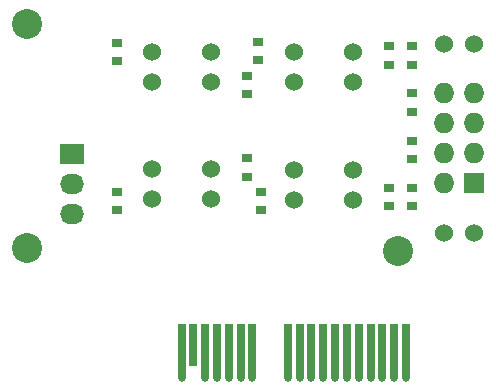
<source format=gbr>
G04 #@! TF.FileFunction,Soldermask,Bot*
%FSLAX46Y46*%
G04 Gerber Fmt 4.6, Leading zero omitted, Abs format (unit mm)*
G04 Created by KiCad (PCBNEW 4.0.6-e0-6349~53~ubuntu14.04.1) date Wed Mar 29 11:21:43 2017*
%MOMM*%
%LPD*%
G01*
G04 APERTURE LIST*
%ADD10C,0.100000*%
%ADD11C,0.650240*%
%ADD12R,0.650240X4.599940*%
%ADD13R,0.650240X3.599180*%
%ADD14R,2.032000X1.727200*%
%ADD15O,2.032000X1.727200*%
%ADD16R,1.727200X1.727200*%
%ADD17O,1.727200X1.727200*%
%ADD18R,0.864000X0.787000*%
%ADD19C,1.524000*%
%ADD20C,2.540000*%
G04 APERTURE END LIST*
D10*
D11*
X140500400Y-102301240D03*
D12*
X159499600Y-100000000D03*
X158498840Y-100000000D03*
X157500620Y-100000000D03*
X156499860Y-100000000D03*
X155499100Y-100000000D03*
X154500880Y-100000000D03*
X153500120Y-100000000D03*
X152499360Y-100000000D03*
X151501140Y-100000000D03*
X150500380Y-100000000D03*
X149499620Y-100000000D03*
X144500900Y-100000000D03*
X143500140Y-100000000D03*
X142499380Y-100000000D03*
D13*
X141501160Y-99499620D03*
D12*
X140500400Y-100000000D03*
X146499880Y-100000000D03*
X145499120Y-100000000D03*
D11*
X157500620Y-102301240D03*
X156499860Y-102301240D03*
X155499100Y-102301240D03*
X154500880Y-102301240D03*
X153500120Y-102301240D03*
X152499360Y-102301240D03*
X151501140Y-102301240D03*
X150500380Y-102301240D03*
X149499620Y-102301240D03*
X159499600Y-102301240D03*
X146499880Y-102301240D03*
X145499120Y-102301240D03*
X144500900Y-102301240D03*
X143500140Y-102301240D03*
X142499380Y-102301240D03*
X158498840Y-102301240D03*
D14*
X131200000Y-83360000D03*
D15*
X131200000Y-85900000D03*
X131200000Y-88440000D03*
D16*
X165270000Y-85810000D03*
D17*
X162730000Y-85810000D03*
X165270000Y-83270000D03*
X162730000Y-83270000D03*
X165270000Y-80730000D03*
X162730000Y-80730000D03*
X165270000Y-78190000D03*
X162730000Y-78190000D03*
D18*
X147200000Y-86525500D03*
X147200000Y-88074500D03*
X135000000Y-86525500D03*
X135000000Y-88074500D03*
X135000000Y-75474500D03*
X135000000Y-73925500D03*
X147000000Y-75374500D03*
X147000000Y-73825500D03*
X158100000Y-86225500D03*
X158100000Y-87774500D03*
X146000000Y-83725500D03*
X146000000Y-85274500D03*
X146000000Y-78274500D03*
X146000000Y-76725500D03*
X158100000Y-75774500D03*
X158100000Y-74225500D03*
X160000000Y-87774500D03*
X160000000Y-86225500D03*
X160000000Y-83774500D03*
X160000000Y-82225500D03*
X160000000Y-78225500D03*
X160000000Y-79774500D03*
X160000000Y-74225500D03*
X160000000Y-75774500D03*
D19*
X150000000Y-84730000D03*
X150000000Y-87270000D03*
X138000000Y-84630000D03*
X138000000Y-87170000D03*
X138000000Y-77270000D03*
X138000000Y-74730000D03*
X150000000Y-77270000D03*
X150000000Y-74730000D03*
X143000000Y-84630000D03*
X143000000Y-87170000D03*
X143000000Y-77270000D03*
X143000000Y-74730000D03*
X155000000Y-77270000D03*
X155000000Y-74730000D03*
X155000000Y-84730000D03*
X155000000Y-87270000D03*
X165270000Y-74000000D03*
X162730000Y-74000000D03*
X162730000Y-90000000D03*
X165270000Y-90000000D03*
D20*
X127400000Y-91300000D03*
X158850000Y-91600000D03*
X127400000Y-72350000D03*
M02*

</source>
